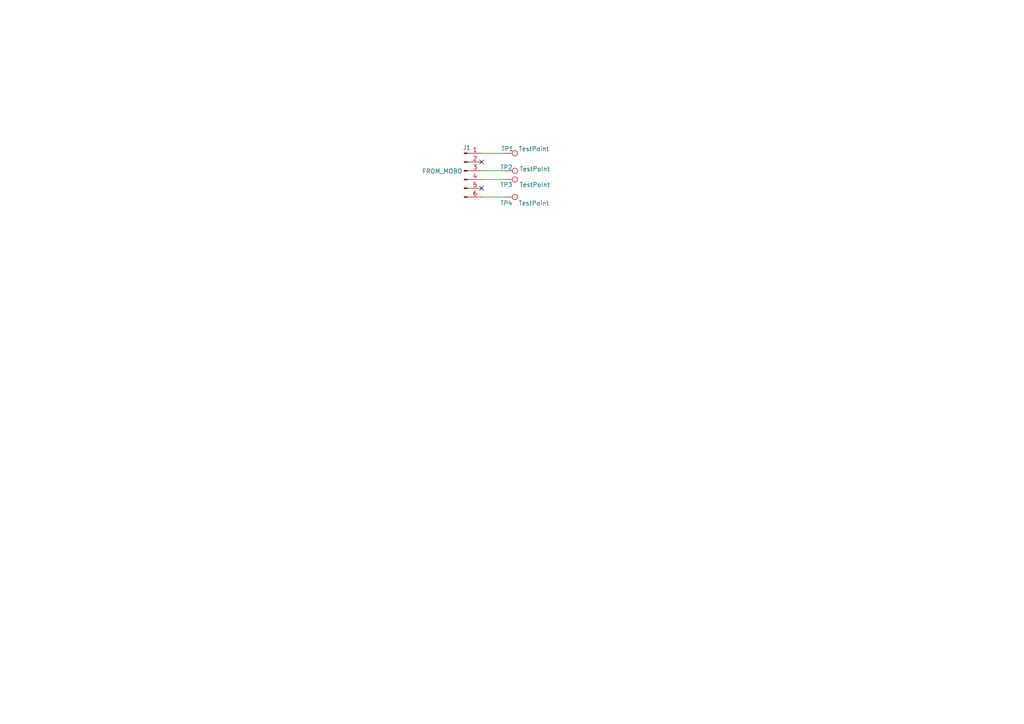
<source format=kicad_sch>
(kicad_sch (version 20231120) (generator "eeschema") (generator_version "8.0")
  (paper "A4")
  (lib_symbols
    (symbol "Connector:Conn_01x06_Pin" (pin_names (offset 1.016) hide)
      (property "Reference" "J" (at 0 7.62 0))
      (property "Value" "Conn_01x06_Pin" (at 0 -10.16 0))
      (symbol "Conn_01x06_Pin_1_1"
        (polyline (pts (xy 1.27 -7.62) (xy 0.8636 -7.62)) (stroke (width 0.1524)))
        (polyline (pts (xy 1.27 -5.08) (xy 0.8636 -5.08)) (stroke (width 0.1524)))
        (polyline (pts (xy 1.27 -2.54) (xy 0.8636 -2.54)) (stroke (width 0.1524)))
        (polyline (pts (xy 1.27 0) (xy 0.8636 0)) (stroke (width 0.1524)))
        (polyline (pts (xy 1.27 2.54) (xy 0.8636 2.54)) (stroke (width 0.1524)))
        (polyline (pts (xy 1.27 5.08) (xy 0.8636 5.08)) (stroke (width 0.1524)))
        (rectangle (start 0.8636 -7.493) (end 0 -7.747) (stroke (width 0.1524)) (fill (type outline)))
        (rectangle (start 0.8636 -4.953) (end 0 -5.207) (stroke (width 0.1524)) (fill (type outline)))
        (rectangle (start 0.8636 -2.413) (end 0 -2.667) (stroke (width 0.1524)) (fill (type outline)))
        (rectangle (start 0.8636 0.127) (end 0 -0.127) (stroke (width 0.1524)) (fill (type outline)))
        (rectangle (start 0.8636 2.667) (end 0 2.413) (stroke (width 0.1524)) (fill (type outline)))
        (rectangle (start 0.8636 5.207) (end 0 4.953) (stroke (width 0.1524)) (fill (type outline)))
        (pin passive line (at 5.08 5.08 180) (length 3.81) (name "Pin_1") (number "1"))
        (pin passive line (at 5.08 2.54 180) (length 3.81) (name "Pin_2") (number "2"))
        (pin passive line (at 5.08 0 180) (length 3.81) (name "Pin_3") (number "3"))
        (pin passive line (at 5.08 -2.54 180) (length 3.81) (name "Pin_4") (number "4"))
        (pin passive line (at 5.08 -5.08 180) (length 3.81) (name "Pin_5") (number "5"))
        (pin passive line (at 5.08 -7.62 180) (length 3.81) (name "Pin_6") (number "6"))
      )
    )
    (symbol "Connector:TestPoint" (pin_numbers hide) (pin_names (offset 0.762) hide)
      (property "Reference" "TP" (at 0 6.858 0))
      (property "Value" "TestPoint" (at 0 5.08 0))
      (symbol "TestPoint_0_1"
        (circle (center 0 3.302) (radius 0.762))
      )
      (symbol "TestPoint_1_1"
        (pin passive line (at 0 0 90) (length 2.54) (name "1") (number "1"))
      )
    )
  )
  (no_connect (at 139.7 46.99))
  (no_connect (at 139.7 54.61))
  (wire (pts (xy 139.7 57.15) (xy 146.05 57.15)))
  (wire (pts (xy 139.7 52.07) (xy 146.05 52.07)))
  (wire (pts (xy 139.7 49.53) (xy 146.05 49.53)))
  (wire (pts (xy 139.7 44.45) (xy 146.05 44.45)))
  (symbol (lib_id "Connector:TestPoint") (at 146.05 49.53 270) (unit 1)
    (property "Reference" "TP2" (at 145.034 48.514 90) (effects (justify left)))
    (property "Value" "TestPoint" (at 150.622 49.022 90) (effects (justify left)))
    (property "Footprint" "TestPoint:TestPoint_Keystone_5015_Micro-Minature" (effects (hide yes)))
    (property "Description" "test point" (effects (hide yes)))
  )
  (symbol (lib_id "Connector:TestPoint") (at 146.05 57.15 270) (unit 1)
    (property "Reference" "TP4" (at 145.034 58.928 90) (effects (justify left)))
    (property "Value" "TestPoint" (at 150.368 58.928 90) (effects (justify left)))
    (property "Footprint" "TestPoint:TestPoint_Keystone_5015_Micro-Minature" (effects (hide yes)))
    (property "Description" "test point" (effects (hide yes)))
  )
  (symbol (lib_id "Connector:TestPoint") (at 146.05 52.07 270) (unit 1)
    (property "Reference" "TP3" (at 145.034 53.594 90) (effects (justify left)))
    (property "Value" "TestPoint" (at 150.622 53.594 90) (effects (justify left)))
    (property "Footprint" "TestPoint:TestPoint_Keystone_5015_Micro-Minature" (effects (hide yes)))
    (property "Description" "test point" (effects (hide yes)))
  )
  (symbol (lib_id "Connector:TestPoint") (at 146.05 44.45 270) (unit 1)
    (property "Reference" "TP1" (at 145.288 43.18 90) (effects (justify left)))
    (property "Value" "TestPoint" (at 150.368 43.18 90) (effects (justify left)))
    (property "Footprint" "TestPoint:TestPoint_Keystone_5015_Micro-Minature" (effects (hide yes)))
    (property "Description" "test point" (effects (hide yes)))
  )
  (symbol (lib_id "Connector:Conn_01x06_Pin") (at 134.62 49.53 0) (unit 1)
    (property "Reference" "J1" (at 135.382 42.799 0))
    (property "Value" "FROM_MOBO" (at 128.27 49.657 0))
    (property "Footprint" "Connector_Molex:Molex_Micro-Latch_53254-0670_1x06_P2.00mm_Horizontal" (effects (hide yes)))
    (property "Description" "Generic connector, single row, 01x06, script generated" (effects (hide yes)))
  )
)
</source>
